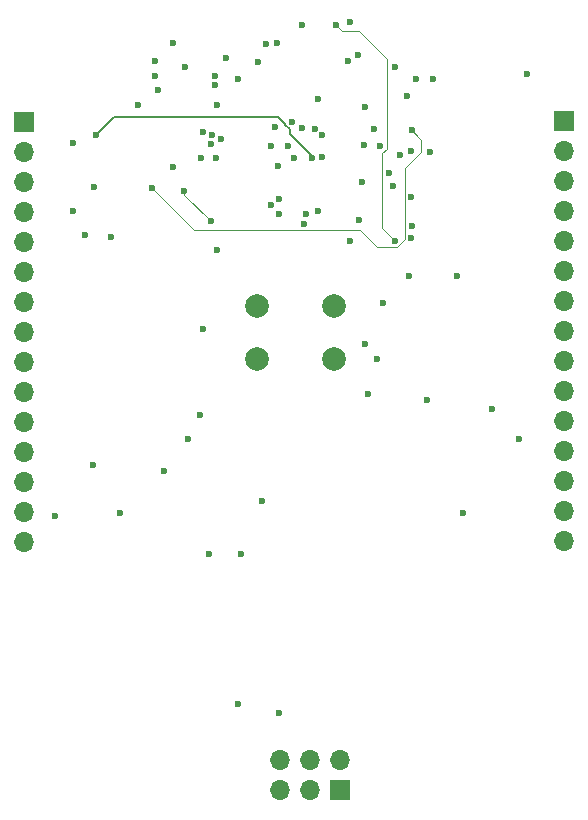
<source format=gbr>
%TF.GenerationSoftware,KiCad,Pcbnew,9.0.0*%
%TF.CreationDate,2025-04-07T20:23:24+05:30*%
%TF.ProjectId,arduino nano clone,61726475-696e-46f2-906e-616e6f20636c,rev?*%
%TF.SameCoordinates,Original*%
%TF.FileFunction,Copper,L7,Inr*%
%TF.FilePolarity,Positive*%
%FSLAX46Y46*%
G04 Gerber Fmt 4.6, Leading zero omitted, Abs format (unit mm)*
G04 Created by KiCad (PCBNEW 9.0.0) date 2025-04-07 20:23:24*
%MOMM*%
%LPD*%
G01*
G04 APERTURE LIST*
%TA.AperFunction,ComponentPad*%
%ADD10R,1.700000X1.700000*%
%TD*%
%TA.AperFunction,ComponentPad*%
%ADD11O,1.700000X1.700000*%
%TD*%
%TA.AperFunction,ComponentPad*%
%ADD12C,2.000000*%
%TD*%
%TA.AperFunction,ViaPad*%
%ADD13C,0.600000*%
%TD*%
%TA.AperFunction,Conductor*%
%ADD14C,0.010000*%
%TD*%
%TA.AperFunction,Conductor*%
%ADD15C,0.200000*%
%TD*%
%TA.AperFunction,Conductor*%
%ADD16C,0.100000*%
%TD*%
G04 APERTURE END LIST*
D10*
%TO.N,/D1{slash}TX*%
%TO.C,J3*%
X176377380Y-73380000D03*
D11*
%TO.N,/D0{slash}RX*%
X176377380Y-75920000D03*
%TO.N,/RESET*%
X176377380Y-78460000D03*
%TO.N,GND*%
X176377380Y-81000000D03*
%TO.N,/D2*%
X176377380Y-83540000D03*
%TO.N,/D3*%
X176377380Y-86080000D03*
%TO.N,/D4*%
X176377380Y-88620000D03*
%TO.N,/D5*%
X176377380Y-91160000D03*
%TO.N,/D6*%
X176377380Y-93700000D03*
%TO.N,/D7*%
X176377380Y-96240000D03*
%TO.N,/D8*%
X176377380Y-98780000D03*
%TO.N,/D9*%
X176377380Y-101320000D03*
%TO.N,/D10*%
X176377380Y-103860000D03*
%TO.N,/D11{slash}MOSI*%
X176377380Y-106400000D03*
%TO.N,/D12{slash}MISO*%
X176377380Y-108940000D03*
%TD*%
D10*
%TO.N,VCC*%
%TO.C,J4*%
X130627380Y-73420000D03*
D11*
%TO.N,GND*%
X130627380Y-75960000D03*
%TO.N,/RESET*%
X130627380Y-78500000D03*
%TO.N,+5V*%
X130627380Y-81040000D03*
%TO.N,/A7*%
X130627380Y-83580000D03*
%TO.N,/A6*%
X130627380Y-86120000D03*
%TO.N,/A5*%
X130627380Y-88660000D03*
%TO.N,/A4*%
X130627380Y-91200000D03*
%TO.N,/A3*%
X130627380Y-93740000D03*
%TO.N,/A2*%
X130627380Y-96280000D03*
%TO.N,/A1*%
X130627380Y-98820000D03*
%TO.N,/A0*%
X130627380Y-101360000D03*
%TO.N,/AREF*%
X130627380Y-103900000D03*
%TO.N,+3V3*%
X130627380Y-106440000D03*
%TO.N,/D13{slash}SCK*%
X130627380Y-108980000D03*
%TD*%
D10*
%TO.N,/D12{slash}MISO*%
%TO.C,J2*%
X157402380Y-130025000D03*
D11*
%TO.N,+5V*%
X157402380Y-127485000D03*
%TO.N,/D13{slash}SCK*%
X154862380Y-130025000D03*
%TO.N,/D11{slash}MOSI*%
X154862380Y-127485000D03*
%TO.N,/RESET*%
X152322380Y-130025000D03*
%TO.N,GND*%
X152322380Y-127485000D03*
%TD*%
D12*
%TO.N,Net-(U1-~{RESET}{slash}PC6)*%
%TO.C,SW1*%
X156877380Y-89000000D03*
X150377380Y-89000000D03*
%TO.N,GND*%
X156877380Y-93500000D03*
X150377380Y-93500000D03*
%TD*%
D13*
%TO.N,*%
X162450000Y-76200000D03*
X136560000Y-78940000D03*
X163450000Y-74150000D03*
X141450000Y-79000000D03*
%TO.N,GND*%
X150754760Y-105500000D03*
X145504760Y-98250000D03*
X159480000Y-72190000D03*
X158254760Y-83500000D03*
X163379178Y-75876996D03*
X170254760Y-97750000D03*
X145600000Y-76440000D03*
%TO.N,/AREF*%
X155852378Y-76370000D03*
X163504760Y-82250000D03*
%TO.N,Net-(U1-XTAL2{slash}PB7)*%
X155004760Y-76500000D03*
X136754760Y-74500000D03*
%TO.N,Net-(U1-XTAL1{slash}PB6)*%
X140254760Y-72000000D03*
X161504760Y-77750000D03*
X159254760Y-78500000D03*
%TO.N,+5V*%
X137960000Y-83200000D03*
X136504760Y-102500000D03*
X147310000Y-74840000D03*
X165270000Y-69810000D03*
X159399791Y-75366031D03*
X153494760Y-76480000D03*
X149004760Y-110000000D03*
X164754760Y-97000000D03*
X146254760Y-110000000D03*
X163780000Y-69810000D03*
%TO.N,Net-(U3-DTR)*%
X141754760Y-68250000D03*
X145754760Y-74250000D03*
%TO.N,Net-(D4-A)*%
X167254760Y-86500000D03*
X163254760Y-86500000D03*
X161004760Y-88750000D03*
%TO.N,VCC*%
X148754760Y-122750000D03*
X134754760Y-75250000D03*
X133254760Y-106750000D03*
X134754760Y-81000000D03*
X154127380Y-65250000D03*
X152254760Y-123500000D03*
X135754760Y-83000000D03*
%TO.N,Net-(J1-D+)*%
X162004760Y-83500000D03*
X157004760Y-65250000D03*
%TO.N,Net-(J1-ID)*%
X163424760Y-79790000D03*
X154354760Y-82050000D03*
X159014760Y-81750000D03*
X161834760Y-78840000D03*
X158254760Y-65000000D03*
X163374760Y-83280000D03*
%TO.N,/D12{slash}MISO*%
X146882281Y-76482719D03*
%TO.N,/D13{slash}SCK*%
X146442939Y-75325001D03*
%TO.N,/D11{slash}MOSI*%
X159504760Y-92250000D03*
X167754760Y-106500000D03*
X160504760Y-93500000D03*
X159754760Y-96500000D03*
X147004760Y-84250000D03*
X153004760Y-75500000D03*
%TO.N,/D8*%
X151504760Y-80500000D03*
%TO.N,/D4*%
X155852378Y-74560000D03*
X158055760Y-68301000D03*
%TO.N,/D3*%
X160254760Y-74000000D03*
X155254760Y-74000000D03*
%TO.N,/D0{slash}RX*%
X151084760Y-66820000D03*
X158877380Y-67750000D03*
%TO.N,/D7*%
X145754760Y-91000000D03*
X172504760Y-100250000D03*
X152254760Y-81250000D03*
%TO.N,/D6*%
X154504760Y-81250000D03*
%TO.N,/D2*%
X155504760Y-71500000D03*
X163090000Y-71249000D03*
%TO.N,/D9*%
X151504760Y-75500000D03*
%TO.N,/D1{slash}TX*%
X152004760Y-66750000D03*
X162004760Y-68750000D03*
%TO.N,/D10*%
X152174760Y-79920000D03*
X146414760Y-81840000D03*
X144204760Y-79260000D03*
%TO.N,/D5*%
X155504760Y-81000000D03*
%TO.N,/A0*%
X147004760Y-72000000D03*
%TO.N,/A1*%
X146754760Y-70300003D03*
%TO.N,/A6*%
X146554762Y-74499000D03*
%TO.N,/A3*%
X141754760Y-69500000D03*
X146754760Y-69500000D03*
%TO.N,/A2*%
X148754760Y-69750000D03*
X143254760Y-66750000D03*
%TO.N,/A4*%
X150424760Y-68330000D03*
%TO.N,/A7*%
X152134760Y-77200000D03*
X151894760Y-73860000D03*
%TO.N,/A5*%
X153354760Y-73410000D03*
%TO.N,Net-(U1-~{RESET}{slash}PC6)*%
X144504760Y-100250000D03*
X154153760Y-73960000D03*
X147754760Y-68000000D03*
X144254760Y-68750000D03*
X142504760Y-103000000D03*
%TO.N,/RX*%
X142004760Y-70750000D03*
X138754760Y-106500000D03*
%TO.N,/TX*%
X143254760Y-77250000D03*
X160805760Y-75449000D03*
%TO.N,Net-(U3-CBUS0)*%
X173184760Y-69360000D03*
%TO.N,Net-(U3-CBUS1)*%
X165004760Y-76000000D03*
%TD*%
D14*
%TO.N,*%
X162868760Y-83351593D02*
X162868760Y-77311240D01*
X141450000Y-79000000D02*
X145030000Y-82580000D01*
X162214353Y-84006000D02*
X162868760Y-83351593D01*
X160516000Y-84006000D02*
X162214353Y-84006000D01*
X162868760Y-77311240D02*
X164240000Y-75940000D01*
X164070000Y-74750000D02*
X163470000Y-74150000D01*
X163470000Y-74150000D02*
X163450000Y-74150000D01*
X159090000Y-82580000D02*
X159740000Y-83230000D01*
X164240000Y-74920000D02*
X164070000Y-74750000D01*
X145030000Y-82580000D02*
X159090000Y-82580000D01*
X159740000Y-83230000D02*
X160516000Y-84006000D01*
X164240000Y-75940000D02*
X164240000Y-74920000D01*
D15*
%TO.N,Net-(U1-XTAL2{slash}PB7)*%
X153105817Y-74441057D02*
X153105817Y-74011000D01*
X155004760Y-76500000D02*
X155004760Y-76340000D01*
X152164760Y-73050000D02*
X138204760Y-73050000D01*
X138204760Y-73050000D02*
X136754760Y-74500000D01*
X155004760Y-76340000D02*
X153105817Y-74441057D01*
X152753760Y-73658943D02*
X152753760Y-73639000D01*
X152753760Y-73639000D02*
X152164760Y-73050000D01*
X153105817Y-74011000D02*
X152753760Y-73658943D01*
D16*
%TO.N,Net-(J1-D+)*%
X162004760Y-83500000D02*
X160953760Y-82449000D01*
X160953760Y-82449000D02*
X160953760Y-76080232D01*
X157504760Y-65750000D02*
X157004760Y-65250000D01*
X161356760Y-68102000D02*
X159004760Y-65750000D01*
X161356760Y-75677232D02*
X161356760Y-68102000D01*
X159004760Y-65750000D02*
X157504760Y-65750000D01*
X160953760Y-76080232D02*
X161356760Y-75677232D01*
D14*
%TO.N,/D10*%
X146414760Y-81840000D02*
X144204760Y-79630000D01*
X144204760Y-79630000D02*
X144204760Y-79260000D01*
%TD*%
M02*

</source>
